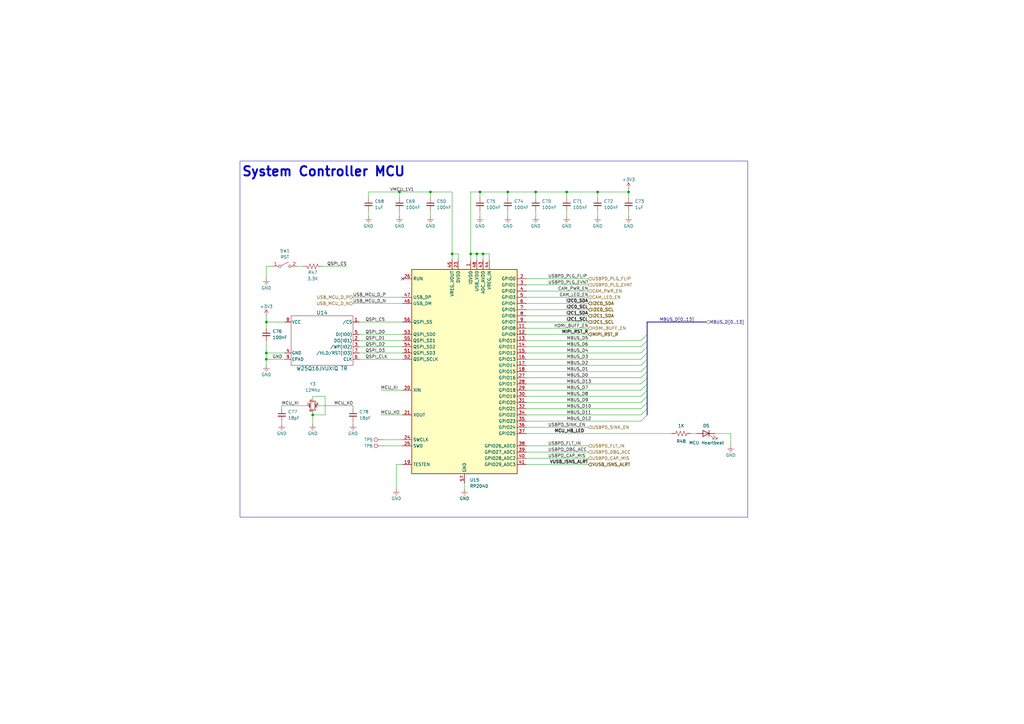
<source format=kicad_sch>
(kicad_sch (version 20231120) (generator "eeschema") (generator_version "8.0")
  (paper "A3")
  (title_block (title "MCU") (date "2024-10-06") (rev "2.0") (company "Drexel University") (comment 1 "Designed by John Hofmeyr"))
  (lib_symbols
    (symbol "Connector:TestPoint" (pin_numbers hide) (pin_names (offset 0.762) hide)
      (property "Reference" "TP" (at 0 6.858 0))
      (property "Value" "TestPoint" (at 0 5.08 0))
      (symbol "TestPoint_0_1"
        (circle (center 0 3.302) (radius 0.762))
      )
      (symbol "TestPoint_1_1"
        (pin passive line (at 0 0 90) (length 2.54) (name "1") (number "1"))
      )
    )
    (symbol "Device:C_Small" (pin_numbers hide) (pin_names (offset 0.254) hide)
      (property "Reference" "C" (at 0.254 1.778 0))
      (property "Value" "C_Small" (at 0.254 -2.032 0))
      (symbol "C_Small_0_1"
        (polyline (pts (xy -1.524 -0.508) (xy 1.524 -0.508)) (stroke (width 0.3302)))
        (polyline (pts (xy -1.524 0.508) (xy 1.524 0.508)) (stroke (width 0.3048)))
      )
      (symbol "C_Small_1_1"
        (pin passive line (at 0 2.54 270) (length 2.032) (name "~") (number "1"))
        (pin passive line (at 0 -2.54 90) (length 2.032) (name "~") (number "2"))
      )
    )
    (symbol "Device:Crystal_GND24_Small" (pin_names (offset 1.016) hide)
      (property "Reference" "Y" (at 1.27 4.445 0))
      (property "Value" "Crystal_GND24_Small" (at 1.27 2.54 0))
      (symbol "Crystal_GND24_Small_0_1"
        (rectangle (start -0.762 -1.524) (end 0.762 1.524))
        (polyline (pts (xy -1.27 -0.762) (xy -1.27 0.762)) (stroke (width 0.381)))
        (polyline (pts (xy 1.27 -0.762) (xy 1.27 0.762)) (stroke (width 0.381)))
        (polyline (pts (xy -1.27 -1.27) (xy -1.27 -1.905) (xy 1.27 -1.905) (xy 1.27 -1.27)))
        (polyline (pts (xy -1.27 1.27) (xy -1.27 1.905) (xy 1.27 1.905) (xy 1.27 1.27)))
      )
      (symbol "Crystal_GND24_Small_1_1"
        (pin passive line (at -2.54 0 0) (length 1.27) (name "1") (number "1"))
        (pin passive line (at 0 -2.54 90) (length 0.635) (name "2") (number "2"))
        (pin passive line (at 2.54 0 180) (length 1.27) (name "3") (number "3"))
        (pin passive line (at 0 2.54 270) (length 0.635) (name "4") (number "4"))
      )
    )
    (symbol "Device:LED" (pin_numbers hide) (pin_names (offset 1.016) hide)
      (property "Reference" "D" (at 0 2.54 0))
      (property "Value" "LED" (at 0 -2.54 0))
      (symbol "LED_0_1"
        (polyline (pts (xy -1.27 -1.27) (xy -1.27 1.27)) (stroke (width 0.254)))
        (polyline (pts (xy -1.27 0) (xy 1.27 0)))
        (polyline (pts (xy 1.27 -1.27) (xy 1.27 1.27) (xy -1.27 0) (xy 1.27 -1.27)) (stroke (width 0.254)))
        (polyline (pts (xy -3.048 -0.762) (xy -4.572 -2.286) (xy -3.81 -2.286) (xy -4.572 -2.286) (xy -4.572 -1.524)))
        (polyline (pts (xy -1.778 -0.762) (xy -3.302 -2.286) (xy -2.54 -2.286) (xy -3.302 -2.286) (xy -3.302 -1.524)))
      )
      (symbol "LED_1_1"
        (pin passive line (at -3.81 0 0) (length 2.54) (name "K") (number "1"))
        (pin passive line (at 3.81 0 180) (length 2.54) (name "A") (number "2"))
      )
    )
    (symbol "Device:R_US" (pin_numbers hide) (pin_names (offset 0))
      (property "Reference" "R" (at 2.54 0 90))
      (property "Value" "R_US" (at -2.54 0 90))
      (symbol "R_US_0_1"
        (polyline (pts (xy 0 -2.286) (xy 0 -2.54)))
        (polyline (pts (xy 0 2.286) (xy 0 2.54)))
        (polyline (pts (xy 0 -0.762) (xy 1.016 -1.143) (xy 0 -1.524) (xy -1.016 -1.905) (xy 0 -2.286)))
        (polyline (pts (xy 0 0.762) (xy 1.016 0.381) (xy 0 0) (xy -1.016 -0.381) (xy 0 -0.762)))
        (polyline (pts (xy 0 2.286) (xy 1.016 1.905) (xy 0 1.524) (xy -1.016 1.143) (xy 0 0.762)))
      )
      (symbol "R_US_1_1"
        (pin passive line (at 0 3.81 270) (length 1.27) (name "~") (number "1"))
        (pin passive line (at 0 -3.81 90) (length 1.27) (name "~") (number "2"))
      )
    )
    (symbol "MCU_RaspberryPi:RP2040"
      (property "Reference" "U" (at 17.78 45.72 0))
      (property "Value" "RP2040" (at 17.78 43.18 0))
      (symbol "RP2040_0_1"
        (rectangle (start -21.59 41.91) (end 21.59 -41.91) (stroke (width 0.254)) (fill (type background)))
      )
      (symbol "RP2040_1_1"
        (pin power_in line (at 2.54 45.72 270) (length 3.81) (name "IOVDD") (number "1"))
        (pin passive line (at 2.54 45.72 270) (length 3.81) hide (name "IOVDD") (number "10"))
        (pin bidirectional line (at 25.4 17.78 180) (length 3.81) (name "GPIO8") (number "11"))
        (pin bidirectional line (at 25.4 15.24 180) (length 3.81) (name "GPIO9") (number "12"))
        (pin bidirectional line (at 25.4 12.7 180) (length 3.81) (name "GPIO10") (number "13"))
        (pin bidirectional line (at 25.4 10.16 180) (length 3.81) (name "GPIO11") (number "14"))
        (pin bidirectional line (at 25.4 7.62 180) (length 3.81) (name "GPIO12") (number "15"))
        (pin bidirectional line (at 25.4 5.08 180) (length 3.81) (name "GPIO13") (number "16"))
        (pin bidirectional line (at 25.4 2.54 180) (length 3.81) (name "GPIO14") (number "17"))
        (pin bidirectional line (at 25.4 0 180) (length 3.81) (name "GPIO15") (number "18"))
        (pin input line (at -25.4 -38.1 0) (length 3.81) (name "TESTEN") (number "19"))
        (pin bidirectional line (at 25.4 38.1 180) (length 3.81) (name "GPIO0") (number "2"))
        (pin input line (at -25.4 -7.62 0) (length 3.81) (name "XIN") (number "20"))
        (pin passive line (at -25.4 -17.78 0) (length 3.81) (name "XOUT") (number "21"))
        (pin passive line (at 2.54 45.72 270) (length 3.81) hide (name "IOVDD") (number "22"))
        (pin power_in line (at -2.54 45.72 270) (length 3.81) (name "DVDD") (number "23"))
        (pin input line (at -25.4 -27.94 0) (length 3.81) (name "SWCLK") (number "24"))
        (pin bidirectional line (at -25.4 -30.48 0) (length 3.81) (name "SWD") (number "25"))
        (pin input line (at -25.4 38.1 0) (length 3.81) (name "RUN") (number "26"))
        (pin bidirectional line (at 25.4 -2.54 180) (length 3.81) (name "GPIO16") (number "27"))
        (pin bidirectional line (at 25.4 -5.08 180) (length 3.81) (name "GPIO17") (number "28"))
        (pin bidirectional line (at 25.4 -7.62 180) (length 3.81) (name "GPIO18") (number "29"))
        (pin bidirectional line (at 25.4 35.56 180) (length 3.81) (name "GPIO1") (number "3"))
        (pin bidirectional line (at 25.4 -10.16 180) (length 3.81) (name "GPIO19") (number "30"))
        (pin bidirectional line (at 25.4 -12.7 180) (length 3.81) (name "GPIO20") (number "31"))
        (pin bidirectional line (at 25.4 -15.24 180) (length 3.81) (name "GPIO21") (number "32"))
        (pin passive line (at 2.54 45.72 270) (length 3.81) hide (name "IOVDD") (number "33"))
        (pin bidirectional line (at 25.4 -17.78 180) (length 3.81) (name "GPIO22") (number "34"))
        (pin bidirectional line (at 25.4 -20.32 180) (length 3.81) (name "GPIO23") (number "35"))
        (pin bidirectional line (at 25.4 -22.86 180) (length 3.81) (name "GPIO24") (number "36"))
        (pin bidirectional line (at 25.4 -25.4 180) (length 3.81) (name "GPIO25") (number "37"))
        (pin bidirectional line (at 25.4 -30.48 180) (length 3.81) (name "GPIO26_ADC0") (number "38"))
        (pin bidirectional line (at 25.4 -33.02 180) (length 3.81) (name "GPIO27_ADC1") (number "39"))
        (pin bidirectional line (at 25.4 33.02 180) (length 3.81) (name "GPIO2") (number "4"))
        (pin bidirectional line (at 25.4 -35.56 180) (length 3.81) (name "GPIO28_ADC2") (number "40"))
        (pin bidirectional line (at 25.4 -38.1 180) (length 3.81) (name "GPIO29_ADC3") (number "41"))
        (pin passive line (at 2.54 45.72 270) (length 3.81) hide (name "IOVDD") (number "42"))
        (pin power_in line (at 7.62 45.72 270) (length 3.81) (name "ADC_AVDD") (number "43"))
        (pin power_in line (at 10.16 45.72 270) (length 3.81) (name "VREG_IN") (number "44"))
        (pin power_out line (at -5.08 45.72 270) (length 3.81) (name "VREG_VOUT") (number "45"))
        (pin bidirectional line (at -25.4 27.94 0) (length 3.81) (name "USB_DM") (number "46"))
        (pin bidirectional line (at -25.4 30.48 0) (length 3.81) (name "USB_DP") (number "47"))
        (pin power_in line (at 5.08 45.72 270) (length 3.81) (name "USB_VDD") (number "48"))
        (pin passive line (at 2.54 45.72 270) (length 3.81) hide (name "IOVDD") (number "49"))
        (pin bidirectional line (at 25.4 30.48 180) (length 3.81) (name "GPIO3") (number "5"))
        (pin passive line (at -2.54 45.72 270) (length 3.81) hide (name "DVDD") (number "50"))
        (pin bidirectional line (at -25.4 7.62 0) (length 3.81) (name "QSPI_SD3") (number "51"))
        (pin output line (at -25.4 5.08 0) (length 3.81) (name "QSPI_SCLK") (number "52"))
        (pin bidirectional line (at -25.4 15.24 0) (length 3.81) (name "QSPI_SD0") (number "53"))
        (pin bidirectional line (at -25.4 10.16 0) (length 3.81) (name "QSPI_SD2") (number "54"))
        (pin bidirectional line (at -25.4 12.7 0) (length 3.81) (name "QSPI_SD1") (number "55"))
        (pin bidirectional line (at -25.4 20.32 0) (length 3.81) (name "QSPI_SS") (number "56"))
        (pin power_in line (at 0 -45.72 90) (length 3.81) (name "GND") (number "57"))
        (pin bidirectional line (at 25.4 27.94 180) (length 3.81) (name "GPIO4") (number "6"))
        (pin bidirectional line (at 25.4 25.4 180) (length 3.81) (name "GPIO5") (number "7"))
        (pin bidirectional line (at 25.4 22.86 180) (length 3.81) (name "GPIO6") (number "8"))
        (pin bidirectional line (at 25.4 20.32 180) (length 3.81) (name "GPIO7") (number "9"))
      )
    )
    (symbol "Memory_Flash:W25Q16JVUXIQ_TR" (pin_names (offset 0.254))
      (property "Reference" "U2" (at 12.7 10.16 0))
      (property "Value" "W25Q16JVUXIQ TR" (at 12.7 7.62 0))
      (symbol "W25Q16JVUXIQ_TR_0_1"
        (pin passive line (at 27.94 2.54 180) (length 2.54) (name "/CS") (number "1"))
        (pin passive line (at 27.94 -5.08 180) (length 2.54) (name "DO(IO1)") (number "2"))
        (pin passive line (at 27.94 -2.54 180) (length 2.54) (name "DI(IO0)") (number "5"))
        (pin passive line (at 27.94 -12.7 180) (length 2.54) (name "CLK") (number "6"))
        (pin passive line (at -2.54 2.54 0) (length 2.54) (name "VCC") (number "8"))
        (pin passive line (at -2.54 -12.7 0) (length 2.54) (name "EPAD") (number "9"))
      )
      (symbol "W25Q16JVUXIQ_TR_1_1"
        (rectangle (start 0 5.08) (end 25.4 -15.24))
        (pin passive line (at 27.94 -7.62 180) (length 2.54) (name "/WP(IO2)") (number "3"))
        (pin passive line (at -2.54 -10.16 0) (length 2.54) (name "GND") (number "4"))
        (pin passive line (at 27.94 -10.16 180) (length 2.54) (name "/HLD/RST(IO3)") (number "7"))
      )
    )
    (symbol "Switch:SW_SPST" (pin_names (offset 0) hide)
      (property "Reference" "SW" (at 0 3.175 0))
      (property "Value" "SW_SPST" (at 0 -2.54 0))
      (symbol "SW_SPST_0_0"
        (circle (center -2.032 0) (radius 0.508))
        (polyline (pts (xy -1.524 0.254) (xy 1.524 1.778)))
        (circle (center 2.032 0) (radius 0.508))
      )
      (symbol "SW_SPST_1_1"
        (pin passive line (at -5.08 0 0) (length 2.54) (name "A") (number "1"))
        (pin passive line (at 5.08 0 180) (length 2.54) (name "B") (number "2"))
      )
    )
    (symbol "power:+3V3" (power) (pin_numbers hide) (pin_names (offset 0) hide)
      (property "Value" "+3V3" (at 0 3.556 0))
      (symbol "+3V3_0_1"
        (polyline (pts (xy -0.762 1.27) (xy 0 2.54)))
        (polyline (pts (xy 0 0) (xy 0 2.54)))
        (polyline (pts (xy 0 2.54) (xy 0.762 1.27)))
      )
      (symbol "+3V3_1_1"
        (pin power_in line (at 0 0 90) (length 0) (name "~") (number "1"))
      )
    )
    (symbol "power:GND" (power) (pin_numbers hide) (pin_names (offset 0) hide)
      (property "Value" "GND" (at 0 -3.81 0))
      (symbol "GND_0_1"
        (polyline (pts (xy -0.635 -1.905) (xy 0.635 -1.905)))
        (polyline (pts (xy -0.127 -2.54) (xy 0.127 -2.54)))
        (polyline (pts (xy 0 -1.27) (xy 0 0)))
        (polyline (pts (xy 1.27 -1.27) (xy -1.27 -1.27)))
      )
      (symbol "GND_1_1"
        (pin power_in line (at 0 0 270) (length 0) (name "~") (number "1"))
      )
    )
  )
  (junction (at 219.71 78.74))
  (junction (at 109.22 132.08))
  (junction (at 185.42 104.14))
  (junction (at 109.22 144.78))
  (junction (at 196.85 78.74))
  (junction (at 198.12 104.14))
  (junction (at 176.53 78.74))
  (junction (at 109.22 147.32))
  (junction (at 128.27 170.18))
  (junction (at 257.81 78.74))
  (junction (at 232.41 78.74))
  (junction (at 208.28 78.74))
  (junction (at 195.58 104.14))
  (junction (at 245.11 78.74))
  (junction (at 193.04 104.14))
  (junction (at 163.83 78.74))
  (no_connect (at 165.1 114.3))
  (bus_entry (at 262.89 139.7) (size 2.54 -2.54))
  (bus_entry (at 262.89 142.24) (size 2.54 -2.54))
  (bus_entry (at 262.89 144.78) (size 2.54 -2.54))
  (bus_entry (at 262.89 147.32) (size 2.54 -2.54))
  (bus_entry (at 262.89 157.48) (size 2.54 -2.54))
  (bus_entry (at 262.89 165.1) (size 2.54 -2.54))
  (bus_entry (at 262.89 172.72) (size 2.54 -2.54))
  (bus_entry (at 262.89 152.4) (size 2.54 -2.54))
  (bus_entry (at 262.89 170.18) (size 2.54 -2.54))
  (bus_entry (at 262.89 167.64) (size 2.54 -2.54))
  (bus_entry (at 262.89 160.02) (size 2.54 -2.54))
  (bus_entry (at 262.89 149.86) (size 2.54 -2.54))
  (bus_entry (at 262.89 162.56) (size 2.54 -2.54))
  (bus_entry (at 262.89 154.94) (size 2.54 -2.54))
  (wire (pts (xy 133.35 162.56) (xy 133.35 170.18)))
  (wire (pts (xy 215.9 152.4) (xy 262.89 152.4)))
  (wire (pts (xy 215.9 167.64) (xy 262.89 167.64)))
  (wire (pts (xy 163.83 86.36) (xy 163.83 88.9)))
  (wire (pts (xy 198.12 104.14) (xy 195.58 104.14)))
  (wire (pts (xy 245.11 86.36) (xy 245.11 88.9)))
  (wire (pts (xy 195.58 106.68) (xy 195.58 104.14)))
  (wire (pts (xy 128.27 162.56) (xy 133.35 162.56)))
  (wire (pts (xy 196.85 78.74) (xy 208.28 78.74)))
  (wire (pts (xy 109.22 139.7) (xy 109.22 144.78)))
  (wire (pts (xy 215.9 142.24) (xy 262.89 142.24)))
  (wire (pts (xy 163.83 78.74) (xy 176.53 78.74)))
  (bus (pts (xy 265.43 167.64) (xy 265.43 165.1)))
  (wire (pts (xy 147.32 144.78) (xy 165.1 144.78)))
  (wire (pts (xy 215.9 134.62) (xy 241.3 134.62)))
  (wire (pts (xy 215.9 147.32) (xy 262.89 147.32)))
  (wire (pts (xy 215.9 185.42) (xy 241.3 185.42)))
  (wire (pts (xy 162.56 190.5) (xy 162.56 200.66)))
  (wire (pts (xy 215.9 116.84) (xy 241.3 116.84)))
  (wire (pts (xy 196.85 78.74) (xy 196.85 81.28)))
  (wire (pts (xy 165.1 190.5) (xy 162.56 190.5)))
  (wire (pts (xy 116.84 132.08) (xy 109.22 132.08)))
  (wire (pts (xy 193.04 104.14) (xy 193.04 78.74)))
  (wire (pts (xy 115.57 166.37) (xy 115.57 167.64)))
  (wire (pts (xy 128.27 170.18) (xy 128.27 168.91)))
  (wire (pts (xy 109.22 132.08) (xy 109.22 134.62)))
  (bus (pts (xy 265.43 157.48) (xy 265.43 154.94)))
  (wire (pts (xy 215.9 157.48) (xy 262.89 157.48)))
  (wire (pts (xy 156.21 170.18) (xy 165.1 170.18)))
  (bus (pts (xy 265.43 160.02) (xy 265.43 157.48)))
  (bus (pts (xy 265.43 139.7) (xy 265.43 137.16)))
  (wire (pts (xy 130.81 166.37) (xy 144.78 166.37)))
  (bus (pts (xy 265.43 142.24) (xy 265.43 139.7)))
  (wire (pts (xy 283.21 177.8) (xy 285.75 177.8)))
  (bus (pts (xy 265.43 152.4) (xy 265.43 149.86)))
  (wire (pts (xy 215.9 172.72) (xy 262.89 172.72)))
  (wire (pts (xy 241.3 119.38) (xy 215.9 119.38)))
  (wire (pts (xy 232.41 78.74) (xy 232.41 81.28)))
  (wire (pts (xy 163.83 78.74) (xy 163.83 81.28)))
  (wire (pts (xy 293.37 177.8) (xy 299.72 177.8)))
  (bus (pts (xy 265.43 165.1) (xy 265.43 162.56)))
  (wire (pts (xy 257.81 77.47) (xy 257.81 78.74)))
  (wire (pts (xy 208.28 86.36) (xy 208.28 88.9)))
  (wire (pts (xy 232.41 78.74) (xy 245.11 78.74)))
  (wire (pts (xy 157.48 180.34) (xy 165.1 180.34)))
  (wire (pts (xy 215.9 137.16) (xy 241.3 137.16)))
  (wire (pts (xy 208.28 78.74) (xy 208.28 81.28)))
  (wire (pts (xy 215.9 170.18) (xy 262.89 170.18)))
  (wire (pts (xy 144.78 172.72) (xy 144.78 173.99)))
  (wire (pts (xy 198.12 106.68) (xy 198.12 104.14)))
  (wire (pts (xy 128.27 170.18) (xy 128.27 173.99)))
  (wire (pts (xy 200.66 104.14) (xy 198.12 104.14)))
  (wire (pts (xy 245.11 78.74) (xy 245.11 81.28)))
  (wire (pts (xy 128.27 163.83) (xy 128.27 162.56)))
  (wire (pts (xy 215.9 144.78) (xy 262.89 144.78)))
  (wire (pts (xy 257.81 78.74) (xy 257.81 81.28)))
  (wire (pts (xy 147.32 137.16) (xy 165.1 137.16)))
  (wire (pts (xy 257.81 86.36) (xy 257.81 88.9)))
  (bus (pts (xy 265.43 132.08) (xy 289.56 132.08)))
  (wire (pts (xy 151.13 78.74) (xy 151.13 81.28)))
  (wire (pts (xy 115.57 166.37) (xy 125.73 166.37)))
  (wire (pts (xy 219.71 86.36) (xy 219.71 88.9)))
  (wire (pts (xy 132.08 109.22) (xy 142.24 109.22)))
  (wire (pts (xy 147.32 132.08) (xy 165.1 132.08)))
  (wire (pts (xy 190.5 198.12) (xy 190.5 200.66)))
  (wire (pts (xy 245.11 78.74) (xy 257.81 78.74)))
  (wire (pts (xy 215.9 182.88) (xy 241.3 182.88)))
  (wire (pts (xy 157.48 182.88) (xy 165.1 182.88)))
  (wire (pts (xy 196.85 86.36) (xy 196.85 88.9)))
  (wire (pts (xy 215.9 175.26) (xy 241.3 175.26)))
  (wire (pts (xy 195.58 104.14) (xy 193.04 104.14)))
  (wire (pts (xy 147.32 142.24) (xy 165.1 142.24)))
  (wire (pts (xy 156.21 160.02) (xy 165.1 160.02)))
  (wire (pts (xy 215.9 149.86) (xy 262.89 149.86)))
  (wire (pts (xy 176.53 78.74) (xy 185.42 78.74)))
  (wire (pts (xy 187.96 106.68) (xy 187.96 104.14)))
  (wire (pts (xy 115.57 172.72) (xy 115.57 173.99)))
  (wire (pts (xy 109.22 147.32) (xy 116.84 147.32)))
  (wire (pts (xy 215.9 162.56) (xy 262.89 162.56)))
  (wire (pts (xy 215.9 190.5) (xy 241.3 190.5)))
  (wire (pts (xy 215.9 114.3) (xy 241.3 114.3)))
  (wire (pts (xy 215.9 127) (xy 241.3 127)))
  (wire (pts (xy 147.32 147.32) (xy 165.1 147.32)))
  (wire (pts (xy 165.1 121.92) (xy 144.78 121.92)))
  (wire (pts (xy 200.66 106.68) (xy 200.66 104.14)))
  (wire (pts (xy 176.53 86.36) (xy 176.53 88.9)))
  (bus (pts (xy 265.43 144.78) (xy 265.43 142.24)))
  (wire (pts (xy 109.22 109.22) (xy 109.22 114.3)))
  (bus (pts (xy 265.43 170.18) (xy 265.43 167.64)))
  (wire (pts (xy 219.71 78.74) (xy 219.71 81.28)))
  (wire (pts (xy 215.9 132.08) (xy 241.3 132.08)))
  (wire (pts (xy 133.35 170.18) (xy 128.27 170.18)))
  (wire (pts (xy 215.9 139.7) (xy 262.89 139.7)))
  (wire (pts (xy 185.42 104.14) (xy 185.42 78.74)))
  (wire (pts (xy 111.76 109.22) (xy 109.22 109.22)))
  (wire (pts (xy 219.71 78.74) (xy 232.41 78.74)))
  (wire (pts (xy 109.22 147.32) (xy 109.22 149.86)))
  (wire (pts (xy 215.9 177.8) (xy 275.59 177.8)))
  (wire (pts (xy 193.04 78.74) (xy 196.85 78.74)))
  (wire (pts (xy 147.32 139.7) (xy 165.1 139.7)))
  (wire (pts (xy 215.9 187.96) (xy 241.3 187.96)))
  (wire (pts (xy 109.22 129.54) (xy 109.22 132.08)))
  (wire (pts (xy 144.78 166.37) (xy 144.78 167.64)))
  (wire (pts (xy 193.04 106.68) (xy 193.04 104.14)))
  (wire (pts (xy 109.22 144.78) (xy 116.84 144.78)))
  (wire (pts (xy 215.9 124.46) (xy 241.3 124.46)))
  (wire (pts (xy 215.9 160.02) (xy 262.89 160.02)))
  (wire (pts (xy 185.42 104.14) (xy 187.96 104.14)))
  (wire (pts (xy 121.92 109.22) (xy 124.46 109.22)))
  (bus (pts (xy 265.43 147.32) (xy 265.43 144.78)))
  (bus (pts (xy 265.43 132.08) (xy 265.43 137.16)))
  (bus (pts (xy 265.43 162.56) (xy 265.43 160.02)))
  (wire (pts (xy 163.83 78.74) (xy 151.13 78.74)))
  (wire (pts (xy 109.22 144.78) (xy 109.22 147.32)))
  (wire (pts (xy 241.3 121.92) (xy 215.9 121.92)))
  (wire (pts (xy 165.1 124.46) (xy 144.78 124.46)))
  (wire (pts (xy 215.9 129.54) (xy 241.3 129.54)))
  (wire (pts (xy 215.9 165.1) (xy 262.89 165.1)))
  (wire (pts (xy 208.28 78.74) (xy 219.71 78.74)))
  (wire (pts (xy 232.41 86.36) (xy 232.41 88.9)))
  (bus (pts (xy 265.43 149.86) (xy 265.43 147.32)))
  (wire (pts (xy 176.53 78.74) (xy 176.53 81.28)))
  (wire (pts (xy 299.72 177.8) (xy 299.72 182.88)))
  (bus (pts (xy 265.43 154.94) (xy 265.43 152.4)))
  (wire (pts (xy 215.9 154.94) (xy 262.89 154.94)))
  (wire (pts (xy 151.13 86.36) (xy 151.13 88.9)))
  (wire (pts (xy 185.42 106.68) (xy 185.42 104.14)))
  (rectangle (start 98.425 66.04) (end 306.705 212.09))
  (text "System Controller MCU" (at 132.715 70.485 0) (effects (font (size 3.81 3.81) (bold yes))))
  (label "MBUS_D8" (at 232.41 162.56 0))
  (label "USB_MCU_D_P" (at 144.78 121.92 0))
  (label "QSPI_D3" (at 149.86 144.78 0))
  (label "QSPI_CS" (at 142.24 109.22 180))
  (label "I2C1_SDA" (at 241.3 129.54 180) (effects (font (bold yes))))
  (label "CAM_LED_EN" (at 241.3 121.92 180))
  (label "HDMI_BUFF_EN" (at 241.3 134.62 180))
  (label "USBPD_PLG_EVNT" (at 224.79 116.84 0))
  (label "QSPI_CLK" (at 149.86 147.32 0))
  (label "USBPD_FLT_IN" (at 224.79 182.88 0))
  (label "QSPI_D1" (at 149.86 139.7 0))
  (label "QSPI_D0" (at 149.86 137.16 0))
  (label "MBUS_D13" (at 232.41 157.48 0))
  (label "USBPD_CAP_MIS" (at 224.79 187.96 0))
  (label "I2C0_SDA" (at 241.3 124.46 180) (effects (font (bold yes))))
  (label "MIPI_RST_R" (at 241.3 137.16 180) (effects (font (bold yes))))
  (label "I2C1_SCL" (at 241.3 132.08 180) (effects (font (bold yes))))
  (label "MBUS_D12" (at 232.41 172.72 0))
  (label "MCU_XO" (at 144.78 166.37 180))
  (label "MBUS_D1" (at 232.41 152.4 0))
  (label "MBUS_D[0..13]" (at 270.51 132.08 0))
  (label "MBUS_D4" (at 232.41 144.78 0))
  (label "MBUS_D3" (at 232.41 147.32 0))
  (label "MBUS_D0" (at 232.41 154.94 0))
  (label "MCU_XI" (at 115.57 166.37 0))
  (label "MBUS_D11" (at 232.41 170.18 0))
  (label "VUSB_ISNS_ALRT" (at 241.3 190.5 180) (effects (font (bold yes))))
  (label "QSPI_CS" (at 149.86 132.08 0))
  (label "MCU_XI" (at 156.21 160.02 0))
  (label "USBPD_PLG_FLIP" (at 224.79 114.3 0))
  (label "USBPD_SINK_EN" (at 224.79 175.26 0))
  (label "MCU_XO" (at 156.21 170.18 0))
  (label "MBUS_D2" (at 232.41 149.86 0))
  (label "GND" (at 111.76 147.32 0))
  (label "MBUS_D7" (at 232.41 160.02 0))
  (label "MCU_HB_LED" (at 227.33 177.8 0) (effects (font (bold yes))))
  (label "MBUS_D9" (at 232.41 165.1 0))
  (label "MBUS_D6" (at 232.41 142.24 0))
  (label "USB_MCU_D_N" (at 144.78 124.46 0))
  (label "VMCU_1V1" (at 160.02 78.74 0))
  (label "MBUS_D10" (at 232.41 167.64 0))
  (label "QSPI_D2" (at 149.86 142.24 0))
  (label "USBPD_DBG_ACC" (at 224.79 185.42 0))
  (label "MBUS_D5" (at 232.41 139.7 0))
  (label "CAM_PWR_EN" (at 241.3 119.38 180))
  (label "I2C0_SCL" (at 241.3 127 180) (effects (font (bold yes))))
  (hierarchical_label "CAM_PWR_EN" (shape input) (at 241.3 119.38 0))
  (hierarchical_label "USBPD_DBG_ACC" (shape input) (at 241.3 185.42 0))
  (hierarchical_label "USBPD_CAP_MIS" (shape input) (at 241.3 187.96 0))
  (hierarchical_label "USBPD_PLG_EVNT" (shape input) (at 241.3 116.84 0))
  (hierarchical_label "I2C1_SDA" (shape input) (at 241.3 129.54 0) (effects (font (bold yes))))
  (hierarchical_label "USB_MCU_D_P" (shape input) (at 144.78 121.92 180))
  (hierarchical_label "USB_MCU_D_N" (shape input) (at 144.78 124.46 180))
  (hierarchical_label "CAM_LED_EN" (shape input) (at 241.3 121.92 0))
  (hierarchical_label "MBUS_D[0..13]" (shape input) (at 289.56 132.08 0))
  (hierarchical_label "USBPD_SINK_EN" (shape input) (at 241.3 175.26 0))
  (hierarchical_label "I2C0_SCL" (shape input) (at 241.3 127 0) (effects (font (bold yes))))
  (hierarchical_label "I2C1_SCL" (shape input) (at 241.3 132.08 0) (effects (font (bold yes))))
  (hierarchical_label "HDMI_BUFF_EN" (shape input) (at 241.3 134.62 0))
  (hierarchical_label "USBPD_PLG_FLIP" (shape input) (at 241.3 114.3 0))
  (hierarchical_label "USBPD_FLT_IN" (shape input) (at 241.3 182.88 0))
  (hierarchical_label "VUSB_ISNS_ALRT" (shape input) (at 241.3 190.5 0) (effects (font (bold yes))))
  (hierarchical_label "I2C0_SDA" (shape input) (at 241.3 124.46 0) (effects (font (bold yes))))
  (hierarchical_label "MIPI_RST_R" (shape input) (at 241.3 137.16 0) (effects (font (bold yes))))
  (symbol (lib_id "Memory_Flash:W25Q16JVUXIQ_TR") (at 119.38 134.62 0) (unit 1)
    (property "Reference" "U14" (at 132.08 128.27 0) (effects (font (size 1.524 1.524))))
    (property "Value" "W25Q16JVUXIQ TR" (at 132.08 151.13 0) (effects (font (size 1.524 1.524))))
    (property "Footprint" "IO_Module:USON-8_UX_2x3x0p6_WIN" (effects (hide yes)))
    (property "Datasheet" "https://www.winbond.com/resource-files/w25q16jv%20spi%20revh%2004082019%20plus.pdf" (effects (hide yes)))
  )
  (symbol (lib_id "power:GND") (at 299.72 182.88 0) (unit 1)
    (property "Reference" "#PWR0156" (effects (hide yes)))
    (property "Value" "GND" (at 299.72 186.69 0))
    (property "Description" "Power symbol creates a global label with name \"GND\" , ground" (effects (hide yes)))
  )
  (symbol (lib_id "Device:C_Small") (at 219.71 83.82 0) (unit 1)
    (property "Reference" "C70" (at 222.25 82.5562 0) (effects (justify left)))
    (property "Value" "100nF" (at 222.25 85.0962 0) (effects (justify left)))
    (property "Footprint" "Capacitor_SMD:C_0201_0603Metric" (effects (hide yes)))
    (property "Datasheet" "GRM155R71H104KE14D" (effects (hide yes)))
    (property "Description" "Unpolarized capacitor, small symbol" (effects (hide yes)))
  )
  (symbol (lib_id "MCU_RaspberryPi:RP2040") (at 190.5 152.4 0) (unit 1)
    (property "Reference" "U15" (at 192.6941 196.85 0) (effects (justify left)))
    (property "Value" "RP2040" (at 192.6941 199.39 0) (effects (justify left)))
    (property "Footprint" "Package_DFN_QFN:QFN-56-1EP_7x7mm_P0.4mm_EP3.2x3.2mm" (effects (hide yes)))
    (property "Datasheet" "https://datasheets.raspberrypi.com/rp2040/rp2040-datasheet.pdf" (effects (hide yes)))
    (property "Description" "A microcontroller by Raspberry Pi" (effects (hide yes)))
  )
  (symbol (lib_id "power:GND") (at 109.22 114.3 0) (unit 1)
    (property "Reference" "#PWR0150" (effects (hide yes)))
    (property "Value" "GND" (at 109.22 118.11 0))
    (property "Description" "Power symbol creates a global label with name \"GND\" , ground" (effects (hide yes)))
  )
  (symbol (lib_id "power:GND") (at 208.28 88.9 0) (unit 1)
    (property "Reference" "#PWR0148" (effects (hide yes)))
    (property "Value" "GND" (at 208.28 92.71 0))
    (property "Description" "Power symbol creates a global label with name \"GND\" , ground" (effects (hide yes)))
  )
  (symbol (lib_id "power:GND") (at 257.81 88.9 0) (unit 1)
    (property "Reference" "#PWR0147" (effects (hide yes)))
    (property "Value" "GND" (at 257.81 92.71 0))
    (property "Description" "Power symbol creates a global label with name \"GND\" , ground" (effects (hide yes)))
  )
  (symbol (lib_id "power:+3V3") (at 109.22 129.54 0) (unit 1)
    (property "Reference" "#PWR0151" (effects (hide yes)))
    (property "Value" "+3V3" (at 109.22 125.73 0))
    (property "Description" "Power symbol creates a global label with name \"+3V3\"" (effects (hide yes)))
  )
  (symbol (lib_id "power:GND") (at 151.13 88.9 0) (unit 1)
    (property "Reference" "#PWR0142" (effects (hide yes)))
    (property "Value" "GND" (at 151.13 92.71 0))
    (property "Description" "Power symbol creates a global label with name \"GND\" , ground" (effects (hide yes)))
  )
  (symbol (lib_id "power:GND") (at 144.78 173.99 0) (unit 1)
    (property "Reference" "#PWR0155" (effects (hide yes)))
    (property "Value" "GND" (at 144.78 177.8 0))
    (property "Description" "Power symbol creates a global label with name \"GND\" , ground" (effects (hide yes)))
  )
  (symbol (lib_id "Switch:SW_SPST") (at 116.84 109.22 0) (unit 1)
    (property "Reference" "SW1" (at 116.84 102.87 0))
    (property "Value" "RST" (at 116.84 105.41 0))
    (property "Footprint" "Button_Switch_SMD:SW_Push_SPST_NO_Alps_SKRK" (effects (hide yes)))
    (property "Description" "Single Pole Single Throw (SPST) switch" (effects (hide yes)))
  )
  (symbol (lib_id "power:GND") (at 190.5 200.66 0) (unit 1)
    (property "Reference" "#PWR0158" (effects (hide yes)))
    (property "Value" "GND" (at 190.5 204.47 0))
    (property "Description" "Power symbol creates a global label with name \"GND\" , ground" (effects (hide yes)))
  )
  (symbol (lib_id "Connector:TestPoint") (at 157.48 182.88 90) (unit 1)
    (property "Reference" "TP6" (at 151.13 182.88 90))
    (property "Value" "TestPoint" (effects (hide yes)))
    (property "Footprint" "TestPoint:TestPoint_Pad_D1.0mm" (effects (hide yes)))
    (property "Description" "test point" (effects (hide yes)))
  )
  (symbol (lib_id "power:+3V3") (at 257.81 77.47 0) (unit 1)
    (property "Reference" "#PWR0140" (effects (hide yes)))
    (property "Value" "+3V3" (at 257.81 73.66 0))
    (property "Description" "Power symbol creates a global label with name \"+3V3\"" (effects (hide yes)))
  )
  (symbol (lib_id "power:GND") (at 128.27 173.99 0) (unit 1)
    (property "Reference" "#PWR0154" (effects (hide yes)))
    (property "Value" "GND" (at 128.27 177.8 0))
    (property "Description" "Power symbol creates a global label with name \"GND\" , ground" (effects (hide yes)))
  )
  (symbol (lib_id "Device:C_Small") (at 109.22 137.16 0) (unit 1)
    (property "Reference" "C76" (at 111.76 135.8962 0) (effects (justify left)))
    (property "Value" "100nF" (at 111.76 138.4362 0) (effects (justify left)))
    (property "Footprint" "Capacitor_SMD:C_0201_0603Metric" (effects (hide yes)))
    (property "Datasheet" "GRM155R71H104KE14D" (effects (hide yes)))
    (property "Description" "Unpolarized capacitor, small symbol" (effects (hide yes)))
  )
  (symbol (lib_id "Device:C_Small") (at 176.53 83.82 0) (unit 1)
    (property "Reference" "C50" (at 179.07 82.5562 0) (effects (justify left)))
    (property "Value" "100nF" (at 179.07 85.0962 0) (effects (justify left)))
    (property "Footprint" "Capacitor_SMD:C_0201_0603Metric" (effects (hide yes)))
    (property "Datasheet" "GRM155R71H104KE14D" (effects (hide yes)))
    (property "Description" "Unpolarized capacitor, small symbol" (effects (hide yes)))
  )
  (symbol (lib_id "power:GND") (at 176.53 88.9 0) (unit 1)
    (property "Reference" "#PWR0116" (effects (hide yes)))
    (property "Value" "GND" (at 176.53 92.71 0))
    (property "Description" "Power symbol creates a global label with name \"GND\" , ground" (effects (hide yes)))
  )
  (symbol (lib_id "Device:C_Small") (at 245.11 83.82 0) (unit 1)
    (property "Reference" "C72" (at 247.65 82.5562 0) (effects (justify left)))
    (property "Value" "100nF" (at 247.65 85.0962 0) (effects (justify left)))
    (property "Footprint" "Capacitor_SMD:C_0201_0603Metric" (effects (hide yes)))
    (property "Datasheet" "GRM155R71H104KE14D" (effects (hide yes)))
    (property "Description" "Unpolarized capacitor, small symbol" (effects (hide yes)))
  )
  (symbol (lib_id "Device:LED") (at 289.56 177.8 0) (mirror y) (unit 1)
    (property "Reference" "D5" (at 288.29 174.625 0) (effects (justify right)))
    (property "Value" "MCU Heartbeat" (at 282.575 181.61 0) (effects (justify right)))
    (property "Footprint" "LED_SMD:LED_0603_1608Metric" (effects (hide yes)))
    (property "Description" "Light emitting diode" (effects (hide yes)))
  )
  (symbol (lib_id "Device:C_Small") (at 257.81 83.82 0) (unit 1)
    (property "Reference" "C73" (at 260.35 82.5562 0) (effects (justify left)))
    (property "Value" "1uF" (at 260.35 85.0962 0) (effects (justify left)))
    (property "Footprint" "Capacitor_SMD:C_0201_0603Metric" (effects (hide yes)))
    (property "Datasheet" "GRM155R71H104KE14D" (effects (hide yes)))
    (property "Description" "Unpolarized capacitor, small symbol" (effects (hide yes)))
  )
  (symbol (lib_id "Device:R_US") (at 279.4 177.8 90) (unit 1)
    (property "Reference" "R48" (at 279.4 180.975 90))
    (property "Value" "1K" (at 279.4 174.625 90))
    (property "Footprint" "Resistor_SMD:R_0201_0603Metric" (effects (hide yes)))
    (property "Description" "Resistor, US symbol" (effects (hide yes)))
  )
  (symbol (lib_id "power:GND") (at 232.41 88.9 0) (unit 1)
    (property "Reference" "#PWR0145" (effects (hide yes)))
    (property "Value" "GND" (at 232.41 92.71 0))
    (property "Description" "Power symbol creates a global label with name \"GND\" , ground" (effects (hide yes)))
  )
  (symbol (lib_id "Device:C_Small") (at 232.41 83.82 0) (unit 1)
    (property "Reference" "C71" (at 234.95 82.5562 0) (effects (justify left)))
    (property "Value" "100nF" (at 234.95 85.0962 0) (effects (justify left)))
    (property "Footprint" "Capacitor_SMD:C_0201_0603Metric" (effects (hide yes)))
    (property "Datasheet" "GRM155R71H104KE14D" (effects (hide yes)))
    (property "Description" "Unpolarized capacitor, small symbol" (effects (hide yes)))
  )
  (symbol (lib_id "power:GND") (at 219.71 88.9 0) (unit 1)
    (property "Reference" "#PWR0144" (effects (hide yes)))
    (property "Value" "GND" (at 219.71 92.71 0))
    (property "Description" "Power symbol creates a global label with name \"GND\" , ground" (effects (hide yes)))
  )
  (symbol (lib_id "power:GND") (at 245.11 88.9 0) (unit 1)
    (property "Reference" "#PWR0146" (effects (hide yes)))
    (property "Value" "GND" (at 245.11 92.71 0))
    (property "Description" "Power symbol creates a global label with name \"GND\" , ground" (effects (hide yes)))
  )
  (symbol (lib_id "Device:C_Small") (at 208.28 83.82 0) (unit 1)
    (property "Reference" "C74" (at 210.82 82.5562 0) (effects (justify left)))
    (property "Value" "100nF" (at 210.82 85.0962 0) (effects (justify left)))
    (property "Footprint" "Capacitor_SMD:C_0201_0603Metric" (effects (hide yes)))
    (property "Datasheet" "GRM155R71H104KE14D" (effects (hide yes)))
    (property "Description" "Unpolarized capacitor, small symbol" (effects (hide yes)))
  )
  (symbol (lib_id "power:GND") (at 162.56 200.66 0) (unit 1)
    (property "Reference" "#PWR0157" (effects (hide yes)))
    (property "Value" "GND" (at 162.56 204.47 0))
    (property "Description" "Power symbol creates a global label with name \"GND\" , ground" (effects (hide yes)))
  )
  (symbol (lib_id "power:GND") (at 196.85 88.9 0) (unit 1)
    (property "Reference" "#PWR0149" (effects (hide yes)))
    (property "Value" "GND" (at 196.85 92.71 0))
    (property "Description" "Power symbol creates a global label with name \"GND\" , ground" (effects (hide yes)))
  )
  (symbol (lib_id "Device:C_Small") (at 196.85 83.82 0) (unit 1)
    (property "Reference" "C75" (at 199.39 82.5562 0) (effects (justify left)))
    (property "Value" "100nF" (at 199.39 85.0962 0) (effects (justify left)))
    (property "Footprint" "Capacitor_SMD:C_0201_0603Metric" (effects (hide yes)))
    (property "Datasheet" "GRM155R71H104KE14D" (effects (hide yes)))
    (property "Description" "Unpolarized capacitor, small symbol" (effects (hide yes)))
  )
  (symbol (lib_id "Device:C_Small") (at 151.13 83.82 0) (unit 1)
    (property "Reference" "C68" (at 153.67 82.5562 0) (effects (justify left)))
    (property "Value" "1uF" (at 153.67 85.0962 0) (effects (justify left)))
    (property "Footprint" "Capacitor_SMD:C_0201_0603Metric" (effects (hide yes)))
    (property "Datasheet" "GRM155R71H104KE14D" (effects (hide yes)))
    (property "Description" "Unpolarized capacitor, small symbol" (effects (hide yes)))
  )
  (symbol (lib_id "Device:R_US") (at 128.27 109.22 270) (mirror x) (unit 1)
    (property "Reference" "R47" (at 128.27 111.76 90))
    (property "Value" "3.3K" (at 128.27 114.3 90))
    (property "Footprint" "Resistor_SMD:R_0201_0603Metric" (effects (hide yes)))
    (property "Datasheet" "https://www.yageo.com/upload/media/product/products/datasheet/rchip/PYu-RC_Group_51_RoHS_L_12.pdf" (effects (hide yes)))
    (property "Description" "Resistor, US symbol" (effects (hide yes)))
    (property "MPN" "RC0402JR-0710KL" (effects (hide yes)))
  )
  (symbol (lib_id "Device:C_Small") (at 115.57 170.18 0) (unit 1)
    (property "Reference" "C77" (at 118.11 168.9162 0) (effects (justify left)))
    (property "Value" "18pF" (at 118.11 171.4562 0) (effects (justify left)))
    (property "Footprint" "Capacitor_SMD:C_0201_0603Metric" (effects (hide yes)))
    (property "Description" "Unpolarized capacitor, small symbol" (effects (hide yes)))
  )
  (symbol (lib_id "Device:C_Small") (at 144.78 170.18 0) (unit 1)
    (property "Reference" "C78" (at 147.32 168.9162 0) (effects (justify left)))
    (property "Value" "18pF" (at 147.32 171.4562 0) (effects (justify left)))
    (property "Footprint" "Capacitor_SMD:C_0201_0603Metric" (effects (hide yes)))
    (property "Description" "Unpolarized capacitor, small symbol" (effects (hide yes)))
  )
  (symbol (lib_id "power:GND") (at 109.22 149.86 0) (unit 1)
    (property "Reference" "#PWR0152" (effects (hide yes)))
    (property "Value" "GND" (at 109.22 153.67 0))
    (property "Description" "Power symbol creates a global label with name \"GND\" , ground" (effects (hide yes)))
  )
  (symbol (lib_id "power:GND") (at 115.57 173.99 0) (unit 1)
    (property "Reference" "#PWR0153" (effects (hide yes)))
    (property "Value" "GND" (at 115.57 177.8 0))
    (property "Description" "Power symbol creates a global label with name \"GND\" , ground" (effects (hide yes)))
  )
  (symbol (lib_id "Device:Crystal_GND24_Small") (at 128.27 166.37 0) (unit 1)
    (property "Reference" "Y3" (at 128.27 157.48 0))
    (property "Value" "12Mhz" (at 128.27 160.02 0))
    (property "Footprint" "Oscillator:Oscillator_SMD_Abracon_ASE-4Pin_3.2x2.5mm" (effects (hide yes)))
    (property "Datasheet" "https://abracon.com/Resonators/abm8.pdf" (effects (hide yes)))
    (property "Description" "Four pin crystal, GND on pins 2 and 4, small symbol" (effects (hide yes)))
  )
  (symbol (lib_id "power:GND") (at 163.83 88.9 0) (unit 1)
    (property "Reference" "#PWR0143" (effects (hide yes)))
    (property "Value" "GND" (at 163.83 92.71 0))
    (property "Description" "Power symbol creates a global label with name \"GND\" , ground" (effects (hide yes)))
  )
  (symbol (lib_id "Device:C_Small") (at 163.83 83.82 0) (unit 1)
    (property "Reference" "C69" (at 166.37 82.5562 0) (effects (justify left)))
    (property "Value" "100nF" (at 166.37 85.0962 0) (effects (justify left)))
    (property "Footprint" "Capacitor_SMD:C_0201_0603Metric" (effects (hide yes)))
    (property "Datasheet" "GRM155R71H104KE14D" (effects (hide yes)))
    (property "Description" "Unpolarized capacitor, small symbol" (effects (hide yes)))
  )
  (symbol (lib_id "Connector:TestPoint") (at 157.48 180.34 90) (unit 1)
    (property "Reference" "TP5" (at 151.13 180.34 90))
    (property "Value" "TestPoint" (effects (hide yes)))
    (property "Footprint" "TestPoint:TestPoint_Pad_D1.0mm" (effects (hide yes)))
    (property "Description" "test point" (effects (hide yes)))
  )
)
</source>
